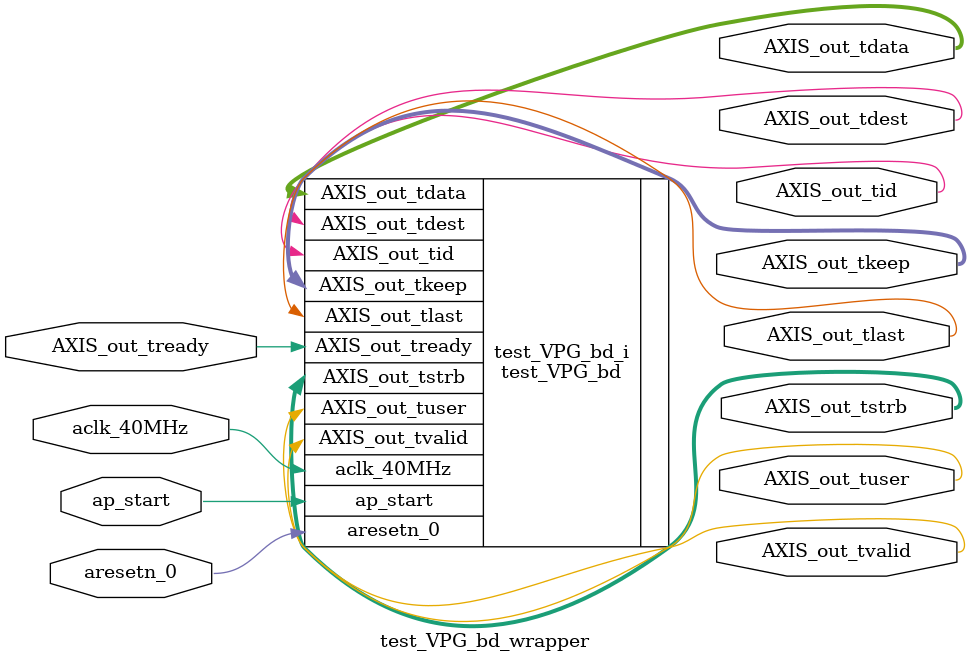
<source format=v>
`timescale 1 ps / 1 ps

module test_VPG_bd_wrapper
   (AXIS_out_tdata,
    AXIS_out_tdest,
    AXIS_out_tid,
    AXIS_out_tkeep,
    AXIS_out_tlast,
    AXIS_out_tready,
    AXIS_out_tstrb,
    AXIS_out_tuser,
    AXIS_out_tvalid,
    aclk_40MHz,
    ap_start,
    aresetn_0);
  output [23:0]AXIS_out_tdata;
  output [0:0]AXIS_out_tdest;
  output [0:0]AXIS_out_tid;
  output [2:0]AXIS_out_tkeep;
  output [0:0]AXIS_out_tlast;
  input AXIS_out_tready;
  output [2:0]AXIS_out_tstrb;
  output [0:0]AXIS_out_tuser;
  output AXIS_out_tvalid;
  input aclk_40MHz;
  input ap_start;
  input aresetn_0;

  wire [23:0]AXIS_out_tdata;
  wire [0:0]AXIS_out_tdest;
  wire [0:0]AXIS_out_tid;
  wire [2:0]AXIS_out_tkeep;
  wire [0:0]AXIS_out_tlast;
  wire AXIS_out_tready;
  wire [2:0]AXIS_out_tstrb;
  wire [0:0]AXIS_out_tuser;
  wire AXIS_out_tvalid;
  wire aclk_40MHz;
  wire ap_start;
  wire aresetn_0;

  test_VPG_bd test_VPG_bd_i
       (.AXIS_out_tdata(AXIS_out_tdata),
        .AXIS_out_tdest(AXIS_out_tdest),
        .AXIS_out_tid(AXIS_out_tid),
        .AXIS_out_tkeep(AXIS_out_tkeep),
        .AXIS_out_tlast(AXIS_out_tlast),
        .AXIS_out_tready(AXIS_out_tready),
        .AXIS_out_tstrb(AXIS_out_tstrb),
        .AXIS_out_tuser(AXIS_out_tuser),
        .AXIS_out_tvalid(AXIS_out_tvalid),
        .aclk_40MHz(aclk_40MHz),
        .ap_start(ap_start),
        .aresetn_0(aresetn_0));
endmodule

</source>
